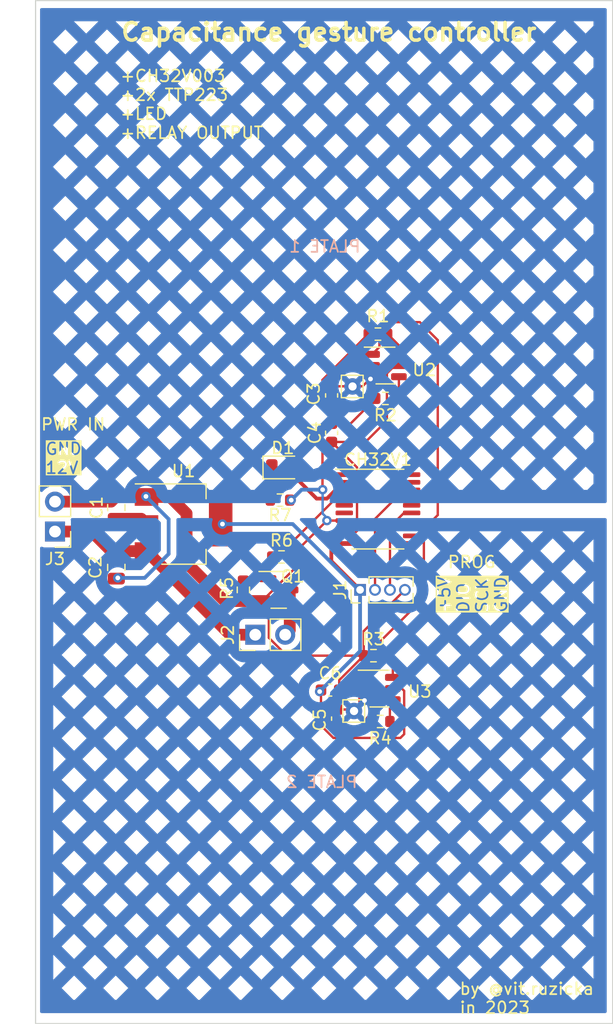
<source format=kicad_pcb>
(kicad_pcb (version 20221018) (generator pcbnew)
  (layers (0 "F.Cu" signal) (31 "B.Cu" signal) (34 "B.Paste" user) (35 "F.Paste" user) (36 "B.SilkS" user "B.Silkscreen") (37 "F.SilkS" user "F.Silkscreen") (38 "B.Mask" user) (39 "F.Mask" user) (44 "Edge.Cuts" user))
  (net 0 "")
  (net 1 "+5V")
  (net 2 "GND")
  (net 3 "+12V")
  (net 4 "TOUCH1")
  (net 5 "TOUCH2")
  (net 14 "Net-(CH32V1-PC3)")
  (net 15 "Net-(CH32V1-PC4)")
  (net 16 "Net-(CH32V1-PC5)")
  (net 18 "Net-(CH32V1-PD1{slash}SCL0)")
  (net 21 "Net-(J2-Pin_2)")
  (net 22 "Net-(Q1-B)")
  (net 23 "Net-(U2-LATCH)")
  (net 24 "Net-(U2-POL)")
  (net 25 "Net-(U3-LATCH)")
  (net 26 "Net-(U3-POL)")
  (net 27 "Net-(CH32V1-PD7)")
  (net 29 "Net-(CH32V1-PD6)")
  (net 30 "Net-(D1-K)")
  (footprint "Resistor_SMD:R_0603_1608Metric" (layer "F.Cu") (at 165.989 72.009 180)
    (fp_text reference "R1" (at 0 1.524) (layer "F.SilkS"))
    (fp_text value "R")
    (fp_line (start -0.237258 -0.5225) (end 0.237258 -0.5225) (stroke (width 0.12)) (layer "F.SilkS"))
    (fp_line (start -0.237258 0.5225) (end 0.237258 0.5225) (stroke (width 0.12)) (layer "F.SilkS"))
    (pad "1" smd roundrect (at -0.825 0 180) (size 0.8 0.95) (layers "F.Cu" "F.Paste" "F.Mask") (net 23 "Net-(U2-LATCH)"))
    (pad "2" smd roundrect (at 0.825 0 180) (size 0.8 0.95) (layers "F.Cu" "F.Paste" "F.Mask") (net 2 "GND"))
  )
  (footprint "Resistor_SMD:R_0603_1608Metric" (layer "F.Cu") (at 165.608 99.314 180)
    (fp_text reference "R3" (at 0 1.397) (layer "F.SilkS"))
    (fp_text value "R")
    (fp_line (start -0.237258 -0.5225) (end 0.237258 -0.5225) (stroke (width 0.12)) (layer "F.SilkS"))
    (fp_line (start -0.237258 0.5225) (end 0.237258 0.5225) (stroke (width 0.12)) (layer "F.SilkS"))
    (pad "1" smd roundrect (at -0.825 0 180) (size 0.8 0.95) (layers "F.Cu" "F.Paste" "F.Mask") (net 25 "Net-(U3-LATCH)"))
    (pad "2" smd roundrect (at 0.825 0 180) (size 0.8 0.95) (layers "F.Cu" "F.Paste" "F.Mask") (net 2 "GND"))
  )
  (footprint "Package_SO:TSSOP-20_4.4x6.5mm_P0.65mm" (layer "F.Cu") (at 165.989 86.868)
    (fp_text reference "CH32V1" (at 0 -4.2) (layer "F.SilkS"))
    (fp_text value "CH32V003_TSSOP20")
    (fp_line (start 0 -3.385) (end -3.6 -3.385) (stroke (width 0.12)) (layer "F.SilkS"))
    (fp_line (start 0 -3.385) (end 2.2 -3.385) (stroke (width 0.12)) (layer "F.SilkS"))
    (fp_line (start 0 3.385) (end -2.2 3.385) (stroke (width 0.12)) (layer "F.SilkS"))
    (fp_line (start 0 3.385) (end 2.2 3.385) (stroke (width 0.12)) (layer "F.SilkS"))
    (pad "1" smd roundrect (at -2.8625 -2.925) (size 1.475 0.4) (layers "F.Cu" "F.Paste" "F.Mask"))
    (pad "2" smd roundrect (at -2.8625 -2.275) (size 1.475 0.4) (layers "F.Cu" "F.Paste" "F.Mask"))
    (pad "3" smd roundrect (at -2.8625 -1.625) (size 1.475 0.4) (layers "F.Cu" "F.Paste" "F.Mask") (net 29 "Net-(CH32V1-PD6)"))
    (pad "4" smd roundrect (at -2.8625 -0.975) (size 1.475 0.4) (layers "F.Cu" "F.Paste" "F.Mask") (net 27 "Net-(CH32V1-PD7)"))
    (pad "5" smd roundrect (at -2.8625 -0.325) (size 1.475 0.4) (layers "F.Cu" "F.Paste" "F.Mask"))
    (pad "6" smd roundrect (at -2.8625 0.325) (size 1.475 0.4) (layers "F.Cu" "F.Paste" "F.Mask"))
    (pad "7" smd roundrect (at -2.8625 0.975) (size 1.475 0.4) (layers "F.Cu" "F.Paste" "F.Mask") (net 2 "GND"))
    (pad "8" smd roundrect (at -2.8625 1.625) (size 1.475 0.4) (layers "F.Cu" "F.Paste" "F.Mask"))
    (pad "9" smd roundrect (at -2.8625 2.275) (size 1.475 0.4) (layers "F.Cu" "F.Paste" "F.Mask") (net 1 "+5V"))
    (pad "10" smd roundrect (at -2.8625 2.925) (size 1.475 0.4) (layers "F.Cu" "F.Paste" "F.Mask"))
    (pad "11" smd roundrect (at 2.8625 2.925) (size 1.475 0.4) (layers "F.Cu" "F.Paste" "F.Mask"))
    (pad "12" smd roundrect (at 2.8625 2.275) (size 1.475 0.4) (layers "F.Cu" "F.Paste" "F.Mask"))
    (pad "13" smd roundrect (at 2.8625 1.625) (size 1.475 0.4) (layers "F.Cu" "F.Paste" "F.Mask") (net 14 "Net-(CH32V1-PC3)"))
    (pad "14" smd roundrect (at 2.8625 0.975) (size 1.475 0.4) (layers "F.Cu" "F.Paste" "F.Mask") (net 15 "Net-(CH32V1-PC4)"))
    (pad "15" smd roundrect (at 2.8625 0.325) (size 1.475 0.4) (layers "F.Cu" "F.Paste" "F.Mask") (net 16 "Net-(CH32V1-PC5)"))
    (pad "16" smd roundrect (at 2.8625 -0.325) (size 1.475 0.4) (layers "F.Cu" "F.Paste" "F.Mask"))
    (pad "17" smd roundrect (at 2.8625 -0.975) (size 1.475 0.4) (layers "F.Cu" "F.Paste" "F.Mask"))
    (pad "18" smd roundrect (at 2.8625 -1.625) (size 1.475 0.4) (layers "F.Cu" "F.Paste" "F.Mask") (net 18 "Net-(CH32V1-PD1{slash}SCL0)"))
    (pad "19" smd roundrect (at 2.8625 -2.275) (size 1.475 0.4) (layers "F.Cu" "F.Paste" "F.Mask"))
    (pad "20" smd roundrect (at 2.8625 -2.925) (size 1.475 0.4) (layers "F.Cu" "F.Paste" "F.Mask"))
  )
  (footprint "Connector_PinHeader_2.54mm:PinHeader_1x02_P2.54mm_Vertical" (layer "F.Cu") (at 155.57 97.536 90)
    (fp_text reference "J2" (at 0 -2.33 90) (layer "F.SilkS"))
    (fp_text value "Conn_01x02")
    (fp_line (start -1.33 -1.33) (end 0 -1.33) (stroke (width 0.12)) (layer "F.SilkS"))
    (fp_line (start -1.33 0) (end -1.33 -1.33) (stroke (width 0.12)) (layer "F.SilkS"))
    (fp_line (start -1.33 1.27) (end -1.33 3.87) (stroke (width 0.12)) (layer "F.SilkS"))
    (fp_line (start -1.33 1.27) (end 1.33 1.27) (stroke (width 0.12)) (layer "F.SilkS"))
    (fp_line (start -1.33 3.87) (end 1.33 3.87) (stroke (width 0.12)) (layer "F.SilkS"))
    (fp_line (start 1.33 1.27) (end 1.33 3.87) (stroke (width 0.12)) (layer "F.SilkS"))
    (pad "1" thru_hole rect (at 0 0 90) (size 1.7 1.7) (drill 1) (layers "*.Cu" "*.Mask") (net 3 "+12V"))
    (pad "2" thru_hole oval (at 0 2.54 90) (size 1.7 1.7) (drill 1) (layers "*.Cu" "*.Mask") (net 21 "Net-(J2-Pin_2)"))
  )
  (footprint "Package_TO_SOT_SMD:SOT-23-6" (layer "F.Cu") (at 166.116 102.108)
    (fp_text reference "U3" (at 3.429 0.254) (layer "F.SilkS"))
    (fp_text value "TTP223")
    (fp_line (start 0 -1.56) (end -1.8 -1.56) (stroke (width 0.12)) (layer "F.SilkS"))
    (fp_line (start 0 -1.56) (end 0.8 -1.56) (stroke (width 0.12)) (layer "F.SilkS"))
    (fp_line (start 0 1.56) (end -0.8 1.56) (stroke (width 0.12)) (layer "F.SilkS"))
    (fp_line (start 0 1.56) (end 0.8 1.56) (stroke (width 0.12)) (layer "F.SilkS"))
    (pad "1" smd roundrect (at -1.1375 -0.95) (size 1.325 0.6) (layers "F.Cu" "F.Paste" "F.Mask") (net 14 "Net-(CH32V1-PC3)"))
    (pad "2" smd roundrect (at -1.1375 0) (size 1.325 0.6) (layers "F.Cu" "F.Paste" "F.Mask") (net 2 "GND"))
    (pad "3" smd roundrect (at -1.1375 0.95) (size 1.325 0.6) (layers "F.Cu" "F.Paste" "F.Mask") (net 5 "TOUCH2"))
    (pad "4" smd roundrect (at 1.1375 0.95) (size 1.325 0.6) (layers "F.Cu" "F.Paste" "F.Mask") (net 26 "Net-(U3-POL)"))
    (pad "5" smd roundrect (at 1.1375 0) (size 1.325 0.6) (layers "F.Cu" "F.Paste" "F.Mask") (net 1 "+5V"))
    (pad "6" smd roundrect (at 1.1375 -0.95) (size 1.325 0.6) (layers "F.Cu" "F.Paste" "F.Mask") (net 25 "Net-(U3-LATCH)"))
  )
  (footprint "Package_TO_SOT_SMD:SOT-23-6" (layer "F.Cu") (at 166.6295 74.676)
    (fp_text reference "U2" (at 3.2965 0.381) (layer "F.SilkS"))
    (fp_text value "TTP223")
    (fp_line (start 0 -1.56) (end -1.8 -1.56) (stroke (width 0.12)) (layer "F.SilkS"))
    (fp_line (start 0 -1.56) (end 0.8 -1.56) (stroke (width 0.12)) (layer "F.SilkS"))
    (fp_line (start 0 1.56) (end -0.8 1.56) (stroke (width 0.12)) (layer "F.SilkS"))
    (fp_line (start 0 1.56) (end 0.8 1.56) (stroke (width 0.12)) (layer "F.SilkS"))
    (pad "1" smd roundrect (at -1.1375 -0.95) (size 1.325 0.6) (layers "F.Cu" "F.Paste" "F.Mask") (net 15 "Net-(CH32V1-PC4)"))
    (pad "2" smd roundrect (at -1.1375 0) (size 1.325 0.6) (layers "F.Cu" "F.Paste" "F.Mask") (net 2 "GND"))
    (pad "3" smd roundrect (at -1.1375 0.95) (size 1.325 0.6) (layers "F.Cu" "F.Paste" "F.Mask") (net 4 "TOUCH1"))
    (pad "4" smd roundrect (at 1.1375 0.95) (size 1.325 0.6) (layers "F.Cu" "F.Paste" "F.Mask") (net 24 "Net-(U2-POL)"))
    (pad "5" smd roundrect (at 1.1375 0) (size 1.325 0.6) (layers "F.Cu" "F.Paste" "F.Mask") (net 1 "+5V"))
    (pad "6" smd roundrect (at 1.1375 -0.95) (size 1.325 0.6) (layers "F.Cu" "F.Paste" "F.Mask") (net 23 "Net-(U2-LATCH)"))
  )
  (footprint "Package_TO_SOT_SMD:SOT-223-3_TabPin2" (layer "F.Cu") (at 149.479 88.138)
    (fp_text reference "U1" (at 0 -4.5) (layer "F.SilkS"))
    (fp_text value "AMS1117-5.0")
    (fp_line (start -4.1 -3.41) (end 1.91 -3.41) (stroke (width 0.12)) (layer "F.SilkS"))
    (fp_line (start -1.85 3.41) (end 1.91 3.41) (stroke (width 0.12)) (layer "F.SilkS"))
    (fp_line (start 1.91 -3.41) (end 1.91 -2.15) (stroke (width 0.12)) (layer "F.SilkS"))
    (fp_line (start 1.91 3.41) (end 1.91 2.15) (stroke (width 0.12)) (layer "F.SilkS"))
    (pad "1" smd rect (at -3.15 -2.3) (size 2 1.5) (layers "F.Cu" "F.Paste" "F.Mask") (net 2 "GND"))
    (pad "2" smd rect (at -3.15 0) (size 2 1.5) (layers "F.Cu" "F.Paste" "F.Mask") (net 1 "+5V"))
    (pad "2" smd rect (at 3.15 0) (size 2 3.8) (layers "F.Cu" "F.Paste" "F.Mask") (net 1 "+5V"))
    (pad "3" smd rect (at -3.15 2.3) (size 2 1.5) (layers "F.Cu" "F.Paste" "F.Mask") (net 3 "+12V"))
  )
  (footprint "Connector_PinHeader_2.54mm:PinHeader_1x02_P2.54mm_Vertical" (layer "F.Cu") (at 138.557 88.773 180)
    (fp_text reference "J3" (at 0 -2.33) (layer "F.SilkS"))
    (fp_text value "Conn_01x02")
    (fp_line (start -1.33 -1.33) (end 0 -1.33) (stroke (width 0.12)) (layer "F.SilkS"))
    (fp_line (start -1.33 0) (end -1.33 -1.33) (stroke (width 0.12)) (layer "F.SilkS"))
    (fp_line (start -1.33 1.27) (end -1.33 3.87) (stroke (width 0.12)) (layer "F.SilkS"))
    (fp_line (start -1.33 1.27) (end 1.33 1.27) (stroke (width 0.12)) (layer "F.SilkS"))
    (fp_line (start -1.33 3.87) (end 1.33 3.87) (stroke (width 0.12)) (layer "F.SilkS"))
    (fp_line (start 1.33 1.27) (end 1.33 3.87) (stroke (width 0.12)) (layer "F.SilkS"))
    (pad "1" thru_hole rect (at 0 0 180) (size 1.7 1.7) (drill 1) (layers "*.Cu" "*.Mask") (net 3 "+12V"))
    (pad "2" thru_hole oval (at 0 2.54 180) (size 1.7 1.7) (drill 1) (layers "*.Cu" "*.Mask") (net 2 "GND"))
  )
  (footprint "Capacitor_SMD:C_0805_2012Metric" (layer "F.Cu") (at 143.764 91.821 -90)
    (fp_text reference "C2" (at 0 1.778 90) (layer "F.SilkS"))
    (fp_text value "1uF")
    (fp_line (start -0.261252 -0.735) (end 0.261252 -0.735) (stroke (width 0.12)) (layer "F.SilkS"))
    (fp_line (start -0.261252 0.735) (end 0.261252 0.735) (stroke (width 0.12)) (layer "F.SilkS"))
    (pad "1" smd roundrect (at -0.95 0 270) (size 1 1.45) (layers "F.Cu" "F.Paste" "F.Mask") (net 3 "+12V"))
    (pad "2" smd roundrect (at 0.95 0 270) (size 1 1.45) (layers "F.Cu" "F.Paste" "F.Mask") (net 2 "GND"))
  )
  (footprint "Package_TO_SOT_SMD:SOT-23" (layer "F.Cu") (at 157.5585 93.726)
    (fp_text reference "Q1" (at 1.1915 -1.143) (layer "F.SilkS"))
    (fp_text value "BC817")
    (fp_line (start 0 -1.56) (end -1.675 -1.56) (stroke (width 0.12)) (layer "F.SilkS"))
    (fp_line (start 0 -1.56) (end 0.65 -1.56) (stroke (width 0.12)) (layer "F.SilkS"))
    (fp_line (start 0 1.56) (end -0.65 1.56) (stroke (width 0.12)) (layer "F.SilkS"))
    (fp_line (start 0 1.56) (end 0.65 1.56) (stroke (width 0.12)) (layer "F.SilkS"))
    (pad "1" smd roundrect (at -0.9375 -0.95) (size 1.475 0.6) (layers "F.Cu" "F.Paste" "F.Mask") (net 22 "Net-(Q1-B)"))
    (pad "2" smd roundrect (at -0.9375 0.95) (size 1.475 0.6) (layers "F.Cu" "F.Paste" "F.Mask") (net 2 "GND"))
    (pad "3" smd roundrect (at 0.9375 0) (size 1.475 0.6) (layers "F.Cu" "F.Paste" "F.Mask") (net 21 "Net-(J2-Pin_2)"))
  )
  (footprint "Capacitor_SMD:C_0603_1608Metric" (layer "F.Cu") (at 162.56 104.661 -90)
    (fp_text reference "C5" (at 0.114 1.524 90) (layer "F.SilkS"))
    (fp_text value "C")
    (fp_line (start -0.14058 -0.51) (end 0.14058 -0.51) (stroke (width 0.12)) (layer "F.SilkS"))
    (fp_line (start -0.14058 0.51) (end 0.14058 0.51) (stroke (width 0.12)) (layer "F.SilkS"))
    (pad "1" smd roundrect (at -0.775 0 270) (size 0.9 0.95) (layers "F.Cu" "F.Paste" "F.Mask") (net 5 "TOUCH2"))
    (pad "2" smd roundrect (at 0.775 0 270) (size 0.9 0.95) (layers "F.Cu" "F.Paste" "F.Mask") (net 2 "GND"))
  )
  (footprint "Connector_Pin:Pin_D0.7mm_L6.5mm_W1.8mm_FlatFork" (layer "F.Cu") (at 163.957 104.013)
    (fp_text reference "REF**" hide)
    (fp_text value "Pin_D0.7mm_L6.5mm_W1.8mm_FlatFork")
    (fp_line (start -0.95 -0.95) (end -0.95 0.95) (stroke (width 0.12)) (layer "F.SilkS"))
    (fp_line (start -0.95 0.95) (end 0.9 0.95) (stroke (width 0.12)) (layer "F.SilkS"))
    (fp_line (start 0.9 -0.95) (end -0.95 -0.95) (stroke (width 0.12)) (layer "F.SilkS"))
    (fp_line (start 0.9 -0.9) (end 0.9 -0.95) (stroke (width 0.12)) (layer "F.SilkS"))
    (fp_line (start 0.9 0.95) (end 0.9 -0.9) (stroke (width 0.12)) (layer "F.SilkS"))
    (pad "1" thru_hole circle (at 0 0) (size 1.4 1.4) (drill 0.7) (layers "*.Cu" "*.Mask") (net 5 "TOUCH2"))
  )
  (footprint "Capacitor_SMD:C_0603_1608Metric" (layer "F.Cu") (at 161.925 102.235)
    (fp_text reference "C6" (at 0 -1.43) (layer "F.SilkS"))
    (fp_text value "100n")
    (fp_line (start -0.14058 -0.51) (end 0.14058 -0.51) (stroke (width 0.12)) (layer "F.SilkS"))
    (fp_line (start -0.14058 0.51) (end 0.14058 0.51) (stroke (width 0.12)) (layer "F.SilkS"))
    (pad "1" smd roundrect (at -0.775 0) (size 0.9 0.95) (layers "F.Cu" "F.Paste" "F.Mask") (net 1 "+5V"))
    (pad "2" smd roundrect (at 0.775 0) (size 0.9 0.95) (layers "F.Cu" "F.Paste" "F.Mask") (net 2 "GND"))
  )
  (footprint "Diode_SMD:D_0805_2012Metric" (layer "F.Cu") (at 157.911 83.331)
    (fp_text reference "D1" (at 0 -1.65) (layer "F.SilkS"))
    (fp_text value "LED")
    (fp_line (start -1.685 -0.96) (end -1.685 0.96) (stroke (width 0.12)) (layer "F.SilkS"))
    (fp_line (start -1.685 0.96) (end 1 0.96) (stroke (width 0.12)) (layer "F.SilkS"))
    (fp_line (start 1 -0.96) (end -1.685 -0.96) (stroke (width 0.12)) (layer "F.SilkS"))
    (pad "1" smd roundrect (at -0.9375 0) (size 0.975 1.4) (layers "F.Cu" "F.Paste" "F.Mask") (net 30 "Net-(D1-K)"))
    (pad "2" smd roundrect (at 0.9375 0) (size 0.975 1.4) (layers "F.Cu" "F.Paste" "F.Mask") (net 29 "Net-(CH32V1-PD6)"))
  )
  (footprint "Connector_Pin:Pin_D0.7mm_L6.5mm_W1.8mm_FlatFork" (layer "F.Cu") (at 163.83 76.454)
    (fp_text reference "REF**" hide)
    (fp_text value "Pin_D0.7mm_L6.5mm_W1.8mm_FlatFork")
    (fp_line (start -0.95 -0.95) (end -0.95 0.95) (stroke (width 0.12)) (layer "F.SilkS"))
    (fp_line (start -0.95 0.95) (end 0.9 0.95) (stroke (width 0.12)) (layer "F.SilkS"))
    (fp_line (start 0.9 -0.95) (end -0.95 -0.95) (stroke (width 0.12)) (layer "F.SilkS"))
    (fp_line (start 0.9 -0.9) (end 0.9 -0.95) (stroke (width 0.12)) (layer "F.SilkS"))
    (fp_line (start 0.9 0.95) (end 0.9 -0.9) (stroke (width 0.12)) (layer "F.SilkS"))
    (pad "1" thru_hole circle (at 0 0) (size 1.4 1.4) (drill 0.7) (layers "*.Cu" "*.Mask") (net 4 "TOUCH1"))
  )
  (footprint "Resistor_SMD:R_0603_1608Metric" (layer "F.Cu") (at 166.179 104.902 180)
    (fp_text reference "R4" (at 0 -1.43) (layer "F.SilkS"))
    (fp_text value "R")
    (fp_line (start -0.237258 -0.5225) (end 0.237258 -0.5225) (stroke (width 0.12)) (layer "F.SilkS"))
    (fp_line (start -0.237258 0.5225) (end 0.237258 0.5225) (stroke (width 0.12)) (layer "F.SilkS"))
    (pad "1" smd roundrect (at -0.825 0 180) (size 0.8 0.95) (layers "F.Cu" "F.Paste" "F.Mask") (net 26 "Net-(U3-POL)"))
    (pad "2" smd roundrect (at 0.825 0 180) (size 0.8 0.95) (layers "F.Cu" "F.Paste" "F.Mask") (net 2 "GND"))
  )
  (footprint "Capacitor_SMD:C_0603_1608Metric" (layer "F.Cu") (at 162.052 77.216 -90)
    (fp_text reference "C3" (at -0.127 1.524 90) (layer "F.SilkS"))
    (fp_text value "C")
    (fp_line (start -0.14058 -0.51) (end 0.14058 -0.51) (stroke (width 0.12)) (layer "F.SilkS"))
    (fp_line (start -0.14058 0.51) (end 0.14058 0.51) (stroke (width 0.12)) (layer "F.SilkS"))
    (pad "1" smd roundrect (at -0.775 0 270) (size 0.9 0.95) (layers "F.Cu" "F.Paste" "F.Mask") (net 4 "TOUCH1"))
    (pad "2" smd roundrect (at 0.775 0 270) (size 0.9 0.95) (layers "F.Cu" "F.Paste" "F.Mask") (net 2 "GND"))
  )
  (footprint "Resistor_SMD:R_0603_1608Metric" (layer "F.Cu") (at 157.671 86.106)
    (fp_text reference "R7" (at 0 1.27) (layer "F.SilkS"))
    (fp_text value "R")
    (fp_line (start -0.237258 -0.5225) (end 0.237258 -0.5225) (stroke (width 0.12)) (layer "F.SilkS"))
    (fp_line (start -0.237258 0.5225) (end 0.237258 0.5225) (stroke (width 0.12)) (layer "F.SilkS"))
    (pad "1" smd roundrect (at -0.825 0) (size 0.8 0.95) (layers "F.Cu" "F.Paste" "F.Mask") (net 30 "Net-(D1-K)"))
    (pad "2" smd roundrect (at 0.825 0) (size 0.8 0.95) (layers "F.Cu" "F.Paste" "F.Mask") (net 2 "GND"))
  )
  (footprint "Resistor_SMD:R_0603_1608Metric" (layer "F.Cu") (at 157.797 90.932 180)
    (fp_text reference "R6" (at 0 1.397) (layer "F.SilkS"))
    (fp_text value "R")
    (fp_line (start -0.237258 -0.5225) (end 0.237258 -0.5225) (stroke (width 0.12)) (layer "F.SilkS"))
    (fp_line (start -0.237258 0.5225) (end 0.237258 0.5225) (stroke (width 0.12)) (layer "F.SilkS"))
    (pad "1" smd roundrect (at -0.825 0 180) (size 0.8 0.95) (layers "F.Cu" "F.Paste" "F.Mask") (net 27 "Net-(CH32V1-PD7)"))
    (pad "2" smd roundrect (at 0.825 0 180) (size 0.8 0.95) (layers "F.Cu" "F.Paste" "F.Mask") (net 22 "Net-(Q1-B)"))
  )
  (footprint "Resistor_SMD:R_0603_1608Metric" (layer "F.Cu") (at 154.559 93.726 -90)
    (fp_text reference "R5" (at -0.127 1.397 90) (layer "F.SilkS"))
    (fp_text value "R")
    (fp_line (start -0.237258 -0.5225) (end 0.237258 -0.5225) (stroke (width 0.12)) (layer "F.SilkS"))
    (fp_line (start -0.237258 0.5225) (end 0.237258 0.5225) (stroke (width 0.12)) (layer "F.SilkS"))
    (pad "1" smd roundrect (at -0.825 0 270) (size 0.8 0.95) (layers "F.Cu" "F.Paste" "F.Mask") (net 22 "Net-(Q1-B)"))
    (pad "2" smd roundrect (at 0.825 0 270) (size 0.8 0.95) (layers "F.Cu" "F.Paste" "F.Mask") (net 2 "GND"))
  )
  (footprint "Connector_PinHeader_1.27mm:PinHeader_1x04_P1.27mm_Vertical" (layer "F.Cu") (at 164.47 93.726 90)
    (fp_text reference "J1" (at 0 -1.695 90) (layer "F.SilkS"))
    (fp_text value "Conn_01x04")
    (fp_line (start -1.11 -0.76) (end 0 -0.76) (stroke (width 0.12)) (layer "F.SilkS"))
    (fp_line (start -1.11 0) (end -1.11 -0.76) (stroke (width 0.12)) (layer "F.SilkS"))
    (fp_line (start -1.11 0.76) (end -1.11 4.505) (stroke (width 0.12)) (layer "F.SilkS"))
    (fp_line (start -1.11 0.76) (end -0.563471 0.76) (stroke (width 0.12)) (layer "F.SilkS"))
    (fp_line (start -1.11 4.505) (end -0.30753 4.505) (stroke (width 0.12)) (layer "F.SilkS"))
    (fp_line (start 0.30753 4.505) (end 1.11 4.505) (stroke (width 0.12)) (layer "F.SilkS"))
    (fp_line (start 0.563471 0.76) (end 1.11 0.76) (stroke (width 0.12)) (layer "F.SilkS"))
    (fp_line (start 1.11 0.76) (end 1.11 4.505) (stroke (width 0.12)) (layer "F.SilkS"))
    (pad "1" thru_hole rect (at 0 0 90) (size 1 1) (drill 0.65) (layers "*.Cu" "*.Mask") (net 1 "+5V"))
    (pad "2" thru_hole oval (at 0 1.27 90) (size 1 1) (drill 0.65) (layers "*.Cu" "*.Mask") (net 18 "Net-(CH32V1-PD1{slash}SCL0)"))
    (pad "3" thru_hole oval (at 0 2.54 90) (size 1 1) (drill 0.65) (layers "*.Cu" "*.Mask") (net 16 "Net-(CH32V1-PC5)"))
    (pad "4" thru_hole oval (at 0 3.81 90) (size 1 1) (drill 0.65) (layers "*.Cu" "*.Mask") (net 2 "GND"))
  )
  (footprint "Capacitor_SMD:C_0805_2012Metric" (layer "F.Cu") (at 143.764 86.741 90)
    (fp_text reference "C1" (at 0 -1.68 90) (layer "F.SilkS"))
    (fp_text value "1uF")
    (fp_line (start -0.261252 -0.735) (end 0.261252 -0.735) (stroke (width 0.12)) (layer "F.SilkS"))
    (fp_line (start -0.261252 0.735) (end 0.261252 0.735) (stroke (width 0.12)) (layer "F.SilkS"))
    (pad "1" smd roundrect (at -0.95 0 90) (size 1 1.45) (layers "F.Cu" "F.Paste" "F.Mask") (net 1 "+5V"))
    (pad "2" smd roundrect (at 0.95 0 90) (size 1 1.45) (layers "F.Cu" "F.Paste" "F.Mask") (net 2 "GND"))
  )
  (footprint "Resistor_SMD:R_0603_1608Metric" (layer "F.Cu") (at 166.624 77.47 180)
    (fp_text reference "R2" (at 0 -1.43) (layer "F.SilkS"))
    (fp_text value "R")
    (fp_line (start -0.237258 -0.5225) (end 0.237258 -0.5225) (stroke (width 0.12)) (layer "F.SilkS"))
    (fp_line (start -0.237258 0.5225) (end 0.237258 0.5225) (stroke (width 0.12)) (layer "F.SilkS"))
    (pad "1" smd roundrect (at -0.825 0 180) (size 0.8 0.95) (layers "F.Cu" "F.Paste" "F.Mask") (net 24 "Net-(U2-POL)"))
    (pad "2" smd roundrect (at 0.825 0 180) (size 0.8 0.95) (layers "F.Cu" "F.Paste" "F.Mask") (net 2 "GND"))
  )
  (footprint "Capacitor_SMD:C_0603_1608Metric" (layer "F.Cu") (at 162.052 80.391 90)
    (fp_text reference "C4" (at 0 -1.43 90) (layer "F.SilkS"))
    (fp_text value "100n")
    (fp_line (start -0.14058 -0.51) (end 0.14058 -0.51) (stroke (width 0.12)) (layer "F.SilkS"))
    (fp_line (start -0.14058 0.51) (end 0.14058 0.51) (stroke (width 0.12)) (layer "F.SilkS"))
    (pad "1" smd roundrect (at -0.775 0 90) (size 0.9 0.95) (layers "F.Cu" "F.Paste" "F.Mask") (net 1 "+5V"))
    (pad "2" smd roundrect (at 0.775 0 90) (size 0.9 0.95) (layers "F.Cu" "F.Paste" "F.Mask") (net 2 "GND"))
  )
  (gr_rect (start 136.906 43.688) (end 185.928 130.556) (stroke (width 0.1)) (fill none) (layer "Edge.Cuts"))
  (gr_text "PLATE 1\n" (at 164.592 65.151) (layer "B.SilkS") (effects (font (size 1 1)) (justify left bottom mirror)))
  (gr_text "PLATE 2" (at 164.338 110.617) (layer "B.SilkS") (effects (font (size 1 1)) (justify left bottom mirror)))
  (gr_text "by @vit.ruzicka\nin 2023" (at 172.847 129.794) (layer "F.SilkS") (effects (font (size 1 1)) (justify left bottom)))
  (gr_text "Capacitance gesture controller" (at 144.018 47.244) (layer "F.SilkS") (effects (font (size 1.5 1.5) (thickness 0.3) bold) (justify left bottom)))
  (gr_text "GND\n12V" (at 137.668 83.947) (layer "F.SilkS" knockout) (effects (font (size 1 1)) (justify left bottom)))
  (gr_text "PWR IN" (at 137.287 80.264) (layer "F.SilkS") (effects (font (size 1 1)) (justify left bottom)))
  (gr_text "+5V\nDIO\nSCK\nGND" (at 177.038 95.758 90) (layer "F.SilkS" knockout) (effects (font (size 1 1)) (justify left bottom)))
  (gr_text "+CH32V003\n+2x TTP223\n+LED\n+RELAY OUTPUT" (at 144.018 55.499) (layer "F.SilkS") (effects (font (size 1 1)) (justify left bottom)))
  (gr_text "PROG" (at 171.831 91.948) (layer "F.SilkS") (effects (font (size 1 1)) (justify left bottom)))
  (segment (start 163.1265 89.143) (end 163.779685 89.143) (width 0.2) (layer "F.Cu") (net 1))
  (segment (start 162.029 89.502462) (end 162.388462 89.143) (width 0.32) (layer "F.Cu") (net 1))
  (segment (start 166.749 79.352107) (end 166.749 75.345104) (width 0.2) (layer "F.Cu") (net 1))
  (segment (start 164.47 93.726) (end 162.029 91.285) (width 0.32) (layer "F.Cu") (net 1))
  (segment (start 164.935107 81.166) (end 166.749 79.352107) (width 0.2) (layer "F.Cu") (net 1))
  (segment (start 161.15 102.235) (end 161.15 105.243462) (width 0.2) (layer "F.Cu") (net 1))
  (segment (start 162.029 91.285) (end 162.029 89.502462) (width 0.32) (layer "F.Cu") (net 1))
  (segment (start 161.15 105.243462) (end 162.205538 106.299) (width 0.2) (layer "F.Cu") (net 1))
  (segment (start 162.205538 106.299) (end 167.894 106.299) (width 0.2) (layer "F.Cu") (net 1))
  (segment (start 145.882 87.691) (end 146.329 88.138) (width 1) (layer "F.Cu") (net 1))
  (segment (start 163.779685 89.143) (end 164.211 88.711685) (width 0.2) (layer "F.Cu") (net 1))
  (segment (start 143.764 87.691) (end 145.882 87.691) (width 1) (layer "F.Cu") (net 1))
  (segment (start 164.211 83.325) (end 162.052 81.166) (width 0.2) (layer "F.Cu") (net 1))
  (segment (start 164.211 88.711685) (end 164.211 83.325) (width 0.2) (layer "F.Cu") (net 1))
  (segment (start 167.418104 74.676) (end 167.767 74.676) (width 0.2) (layer "F.Cu") (net 1))
  (segment (start 162.052 81.166) (end 164.935107 81.166) (width 0.2) (layer "F.Cu") (net 1))
  (segment (start 168.216 105.977) (end 168.216 102.303) (width 0.2) (layer "F.Cu") (net 1))
  (segment (start 162.388462 89.143) (end 163.1265 89.143) (width 0.32) (layer "F.Cu") (net 1))
  (segment (start 166.749 75.345104) (end 167.418104 74.676) (width 0.2) (layer "F.Cu") (net 1))
  (segment (start 167.894 106.299) (end 168.216 105.977) (width 0.2) (layer "F.Cu") (net 1))
  (segment (start 168.216 102.303) (end 168.021 102.108) (width 0.2) (layer "F.Cu") (net 1))
  (segment (start 168.021 102.108) (end 167.2535 102.108) (width 0.2) (layer "F.Cu") (net 1))
  (via (at 152.781 88.138) (size 0.8) (drill 0.4) (layers "F.Cu" "B.Cu") (net 1))
  (via (at 161.036 102.362) (size 0.8) (drill 0.4) (layers "F.Cu" "B.Cu") (net 1))
  (segment (start 164.47 98.928) (end 161.036 102.362) (width 0.32) (layer "B.Cu") (net 1))
  (segment (start 158.75 88.138) (end 152.781 88.138) (width 0.32) (layer "B.Cu") (net 1))
  (segment (start 164.47 93.726) (end 164.47 98.928) (width 0.32) (layer "B.Cu") (net 1))
  (segment (start 164.47 93.726) (end 164.338 93.726) (width 0.32) (layer "B.Cu") (net 1))
  (segment (start 164.338 93.726) (end 158.75 88.138) (width 0.32) (layer "B.Cu") (net 1))
  (segment (start 161.277 85.204) (end 161.29 85.217) (width 0.2) (layer "F.Cu") (net 2))
  (segment (start 156.621 94.676) (end 156.72 94.775) (width 0.2) (layer "F.Cu") (net 2))
  (segment (start 168.28 93.726) (end 164.783 97.223) (width 0.2) (layer "F.Cu") (net 2))
  (segment (start 165.941 102.441) (end 165.608 102.108) (width 0.2) (layer "F.Cu") (net 2))
  (segment (start 165.143104 74.676) (end 164.5295 74.062396) (width 0.2) (layer "F.Cu") (net 2))
  (segment (start 146.329 85.838) (end 146.282 85.791) (width 0.32) (layer "F.Cu") (net 2))
  (segment (start 156.621 94.204) (end 156.621 94.676) (width 0.2) (layer "F.Cu") (net 2))
  (segment (start 165.492 74.676) (end 165.143104 74.676) (width 0.2) (layer "F.Cu") (net 2))
  (segment (start 161.654314 87.843) (end 159.322 90.175314) (width 0.2) (layer "F.Cu") (net 2))
  (segment (start 162.052 79.616) (end 162.052 77.991) (width 0.2) (layer "F.Cu") (net 2))
  (segment (start 162.827 102.108) (end 162.7 102.235) (width 0.2) (layer "F.Cu") (net 2))
  (segment (start 161.277 77.216) (end 161.277 75.896) (width 0.2) (layer "F.Cu") (net 2))
  (segment (start 156.496 94.551) (end 156.621 94.676) (width 0.2) (layer "F.Cu") (net 2))
  (segment (start 143.322 86.233) (end 143.764 85.791) (width 1) (layer "F.Cu") (net 2))
  (segment (start 143.764 85.791) (end 146.282 85.791) (width 1) (layer "F.Cu") (net 2))
  (segment (start 148.329 85.838) (end 149.733 87.242) (width 1) (layer "F.Cu") (net 2))
  (segment (start 149.733 87.242) (end 149.733 91.44) (width 1) (layer "F.Cu") (net 2))
  (segment (start 165.354 104.902) (end 165.941 104.315) (width 0.2) (layer "F.Cu") (net 2))
  (segment (start 162.052 79.616) (end 161.277 80.391) (width 0.2) (layer "F.Cu") (net 2))
  (segment (start 158.242 99.314) (end 164.783 99.314) (width 0.2) (layer "F.Cu") (net 2))
  (segment (start 164.783 97.223) (end 164.783 99.314) (width 0.2) (layer "F.Cu") (net 2))
  (segment (start 164.5295 72.6435) (end 165.164 72.009) (width 0.2) (layer "F.Cu") (net 2))
  (segment (start 165.941 104.315) (end 165.941 102.441) (width 0.2) (layer "F.Cu") (net 2))
  (segment (start 156.72 97.792) (end 158.242 99.314) (width 0.2) (layer "F.Cu") (net 2))
  (segment (start 162.7 101.397) (end 162.7 102.235) (width 0.2) (layer "F.Cu") (net 2))
  (segment (start 164.783 99.314) (end 162.7 101.397) (width 0.2) (layer "F.Cu") (net 2))
  (segment (start 163.653 79.616) (end 162.052 79.616) (width 0.2) (layer "F.Cu") (net 2))
  (segment (start 161.592462 104.468462) (end 161.592462 103.342538) (width 0.2) (layer "F.Cu") (net 2))
  (segment (start 159.322 91.503) (end 156.621 94.204) (width 0.2) (layer "F.Cu") (net 2))
  (segment (start 162.052 77.991) (end 161.277 77.216) (width 0.2) (layer "F.Cu") (net 2))
  (segment (start 146.329 85.838) (end 148.329 85.838) (width 1) (layer "F.Cu") (net 2))
  (segment (start 138.557 86.233) (end 143.322 86.233) (width 1) (layer "F.Cu") (net 2))
  (segment (start 154.559 94.551) (end 156.496 94.551) (width 0.2) (layer "F.Cu") (net 2))
  (segment (start 164.9785 102.108) (end 162.827 102.108) (width 0.2) (layer "F.Cu") (net 2))
  (segment (start 161.277 80.391) (end 161.277 85.204) (width 0.2) (layer "F.Cu") (net 2))
  (segment (start 164.5295 74.062396) (end 164.5295 72.6435) (width 0.2) (layer "F.Cu") (net 2))
  (segment (start 149.733 91.44) (end 152.969 94.676) (width 1) (layer "F.Cu") (net 2))
  (segment (start 161.277 75.896) (end 165.164 72.009) (width 0.2) (layer "F.Cu") (net 2))
  (segment (start 161.592462 103.342538) (end 162.7 102.235) (width 0.2) (layer "F.Cu") (net 2))
  (segment (start 159.322 90.175314) (end 159.322 91.503) (width 0.2) (layer "F.Cu") (net 2))
  (segment (start 165.799 77.47) (end 163.653 79.616) (width 0.2) (layer "F.Cu") (net 2))
  (segment (start 162.56 105.436) (end 161.592462 104.468462) (width 0.2) (layer "F.Cu") (net 2))
  (segment (start 163.1265 87.843) (end 161.654314 87.843) (width 0.2) (layer "F.Cu") (net 2))
  (segment (start 152.969 94.676) (end 156.621 94.676) (width 1) (layer "F.Cu") (net 2))
  (segment (start 165.608 102.108) (end 164.9785 102.108) (width 0.2) (layer "F.Cu") (net 2))
  (segment (start 156.72 94.775) (end 156.72 97.792) (width 0.2) (layer "F.Cu") (net 2))
  (via (at 158.623 86.106) (size 0.8) (drill 0.4) (layers "F.Cu" "B.Cu") (net 2))
  (via (at 161.654314 87.843) (size 0.8) (drill 0.4) (layers "F.Cu" "B.Cu") (net 2))
  (via (at 143.891 92.71) (size 0.8) (drill 0.4) (layers "F.Cu" "B.Cu") (net 2))
  (via (at 161.29 85.217) (size 0.8) (drill 0.4) (layers "F.Cu" "B.Cu") (net 2))
  (via (at 146.282 85.791) (size 0.8) (drill 0.4) (layers "F.Cu" "B.Cu") (net 2))
  (segment (start 146.177 92.71) (end 143.891 92.71) (width 0.32) (layer "B.Cu") (net 2))
  (segment (start 148.209 87.718) (end 148.209 90.678) (width 0.32) (layer "B.Cu") (net 2))
  (segment (start 161.654314 87.646686) (end 161.654314 87.843) (width 0.2) (layer "B.Cu") (net 2))
  (segment (start 159.512 85.217) (end 158.623 86.106) (width 0.32) (layer "B.Cu") (net 2))
  (segment (start 146.282 85.791) (end 148.209 87.718) (width 0.32) (layer "B.Cu") (net 2))
  (segment (start 161.29 85.217) (end 159.512 85.217) (width 0.32) (layer "B.Cu") (net 2))
  (segment (start 148.209 90.678) (end 146.177 92.71) (width 0.32) (layer "B.Cu") (net 2))
  (segment (start 161.29 85.217) (end 161.29 87.249) (width 0.2) (layer "B.Cu") (net 2))
  (segment (start 161.29 87.249) (end 161.671 87.63) (width 0.2) (layer "B.Cu") (net 2))
  (segment (start 161.671 87.63) (end 161.654314 87.646686) (width 0.2) (layer "B.Cu") (net 2))
  (segment (start 153.427 97.536) (end 146.329 90.438) (width 1) (layer "F.Cu") (net 3))
  (segment (start 141.666 88.773) (end 143.764 90.871) (width 1) (layer "F.Cu") (net 3))
  (segment (start 146.329 90.438) (end 144.197 90.438) (width 1) (layer "F.Cu") (net 3))
  (segment (start 155.57 97.536) (end 153.427 97.536) (width 1) (layer "F.Cu") (net 3))
  (segment (start 138.557 88.773) (end 141.666 88.773) (width 1) (layer "F.Cu") (net 3))
  (segment (start 144.197 90.438) (end 143.764 90.871) (width 1) (layer "F.Cu") (net 3))
  (segment (start 164.677 76.441) (end 162.052 76.441) (width 0.2) (layer "F.Cu") (net 4))
  (segment (start 165.299 75.819) (end 164.677 76.441) (width 0.2) (layer "F.Cu") (net 4))
  (segment (start 165.354 75.819) (end 165.299 75.819) (width 0.2) (layer "F.Cu") (net 4))
  (segment (start 165.492 75.626) (end 165.354 75.764) (width 0.2) (layer "F.Cu") (net 4))
  (segment (start 165.354 75.764) (end 165.354 75.819) (width 0.2) (layer "F.Cu") (net 4))
  (via (at 165.354 75.819) (size 0.8) (drill 0.4) (layers "F.Cu" "B.Cu") (net 4))
  (segment (start 164.846 103.124) (end 164.9125 103.124) (width 0.2) (layer "F.Cu") (net 5))
  (segment (start 164.846 103.1905) (end 164.846 103.124) (width 0.2) (layer "F.Cu") (net 5))
  (segment (start 164.9125 103.124) (end 164.9785 103.058) (width 0.2) (layer "F.Cu") (net 5))
  (segment (start 164.1505 103.886) (end 164.846 103.1905) (width 0.2) (layer "F.Cu") (net 5))
  (segment (start 162.56 103.886) (end 164.1505 103.886) (width 0.2) (layer "F.Cu") (net 5))
  (via (at 164.846 103.124) (size 0.8) (drill 0.4) (layers "F.Cu" "B.Cu") (net 5))
  (segment (start 169.889 93.816) (end 169.889 88.877315) (width 0.2) (layer "F.Cu") (net 14))
  (segment (start 169.889 88.877315) (end 169.504685 88.493) (width 0.2) (layer "F.Cu") (net 14))
  (segment (start 169.672 94.033) (end 169.672 94.615) (width 0.2) (layer "F.Cu") (net 14))
  (segment (start 169.504685 88.493) (end 168.8515 88.493) (width 0.2) (layer "F.Cu") (net 14))
  (segment (start 169.889 93.816) (end 169.672 94.033) (width 0.2) (layer "F.Cu") (net 14))
  (segment (start 164.9785 101.158) (end 165.733 100.4035) (width 0.2) (layer "F.Cu") (net 14))
  (segment (start 165.733 98.554) (end 169.672 94.615) (width 0.2) (layer "F.Cu") (net 14))
  (segment (start 165.733 100.4035) (end 165.733 98.554) (width 0.2) (layer "F.Cu") (net 14))
  (segment (start 171.069 72.517) (end 171.069 87.376) (width 0.2) (layer "F.Cu") (net 15))
  (segment (start 166.114 71.376) (end 166.497 70.993) (width 0.2) (layer "F.Cu") (net 15))
  (segment (start 169.545 70.993) (end 171.069 72.517) (width 0.2) (layer "F.Cu") (net 15))
  (segment (start 166.114 73.104) (end 166.114 71.376) (width 0.2) (layer "F.Cu") (net 15))
  (segment (start 170.602 87.843) (end 168.8515 87.843) (width 0.2) (layer "F.Cu") (net 15))
  (segment (start 171.069 87.376) (end 170.602 87.843) (width 0.2) (layer "F.Cu") (net 15))
  (segment (start 165.492 73.726) (end 166.114 73.104) (width 0.2) (layer "F.Cu") (net 15))
  (segment (start 166.497 70.993) (end 169.545 70.993) (width 0.2) (layer "F.Cu") (net 15))
  (segment (start 168.198315 87.193) (end 168.8515 87.193) (width 0.2) (layer "F.Cu") (net 16))
  (segment (start 167.01 88.381315) (end 168.198315 87.193) (width 0.2) (layer "F.Cu") (net 16))
  (segment (start 167.01 93.726) (end 167.01 88.381315) (width 0.2) (layer "F.Cu") (net 16))
  (segment (start 168.198315 85.243) (end 168.8515 85.243) (width 0.2) (layer "F.Cu") (net 18))
  (segment (start 165.74 87.701315) (end 168.198315 85.243) (width 0.2) (layer "F.Cu") (net 18))
  (segment (start 165.74 93.726) (end 165.74 87.701315) (width 0.2) (layer "F.Cu") (net 18))
  (segment (start 158.496 93.726) (end 158.496 97.15) (width 1) (layer "F.Cu") (net 21))
  (segment (start 158.496 97.15) (end 158.11 97.536) (width 1) (layer "F.Cu") (net 21))
  (segment (start 156.621 91.283) (end 156.972 90.932) (width 0.2) (layer "F.Cu") (net 22))
  (segment (start 156.621 92.776) (end 156.621 91.283) (width 0.2) (layer "F.Cu") (net 22))
  (segment (start 156.496 92.901) (end 156.621 92.776) (width 0.2) (layer "F.Cu") (net 22))
  (segment (start 154.559 92.901) (end 156.496 92.901) (width 0.2) (layer "F.Cu") (net 22))
  (segment (start 167.767 72.962) (end 166.814 72.009) (width 0.2) (layer "F.Cu") (net 23))
  (segment (start 167.767 73.726) (end 167.767 72.962) (width 0.2) (layer "F.Cu") (net 23))
  (segment (start 167.767 75.626) (end 167.767 77.152) (width 0.2) (layer "F.Cu") (net 24))
  (segment (start 167.767 77.152) (end 167.449 77.47) (width 0.2) (layer "F.Cu") (net 24))
  (segment (start 167.2535 100.1345) (end 166.433 99.314) (width 0.2) (layer "F.Cu") (net 25))
  (segment (start 167.2535 101.158) (end 167.2535 100.1345) (width 0.2) (layer "F.Cu") (net 25))
  (segment (start 167.004 104.902) (end 167.004 103.3075) (width 0.2) (layer "F.Cu") (net 26))
  (segment (start 167.004 103.3075) (end 167.2535 103.058) (width 0.2) (layer "F.Cu") (net 26))
  (segment (start 158.622 90.932) (end 158.622 89.744315) (width 0.2) (layer "F.Cu") (net 27))
  (segment (start 162.473315 85.893) (end 163.1265 85.893) (width 0.2) (layer "F.Cu") (net 27))
  (segment (start 158.622 89.744315) (end 162.473315 85.893) (width 0.2) (layer "F.Cu") (net 27))
  (segment (start 163.1265 85.243) (end 162.388462 85.243) (width 0.32) (layer "F.Cu") (net 29))
  (segment (start 158.8485 84.0455) (end 158.8485 83.331) (width 0.32) (layer "F.Cu") (net 29))
  (segment (start 161.654462 85.977) (end 160.78 85.977) (width 0.32) (layer "F.Cu") (net 29))
  (segment (start 162.388462 85.243) (end 161.654462 85.977) (width 0.32) (layer "F.Cu") (net 29))
  (segment (start 160.78 85.977) (end 158.8485 84.0455) (width 0.32) (layer "F.Cu") (net 29))
  (segment (start 156.9735 83.331) (end 156.9735 85.9785) (width 0.32) (layer "F.Cu") (net 30))
  (segment (start 156.9735 85.9785) (end 156.846 86.106) (width 0.32) (layer "F.Cu") (net 30))
  (zone (net 5) (net_name "TOUCH2") (layer "B.Cu") (connect_pads (clearance 0.5)) (min_thickness 0.25) (fill yes (mode hatch) (thermal_gap 0.5) (thermal_bridge_width 0.5) (hatch_thickness 1) (hatch_gap 1.5) (hatch_orientation 45) (hatch_border_algorithm hatch_thickness) (hatch_min_hole_area 0.3))
    (polygon (pts (xy 137.287 87.63) (xy 185.42 87.63) (xy 185.42 129.667) (xy 137.287 129.667)))
  )
  (zone (net 4) (net_name "TOUCH1") (layer "B.Cu") (connect_pads (clearance 0.5)) (min_thickness 0.25) (fill yes (mode hatch) (thermal_gap 0.5) (thermal_bridge_width 0.5) (hatch_thickness 1) (hatch_gap 1.5) (hatch_orientation 45) (hatch_border_algorithm hatch_thickness) (hatch_min_hole_area 0.3))
    (polygon (pts (xy 137.287 44.323) (xy 185.42 44.323) (xy 185.42 86.36) (xy 137.287 86.36)))
  )
)
</source>
